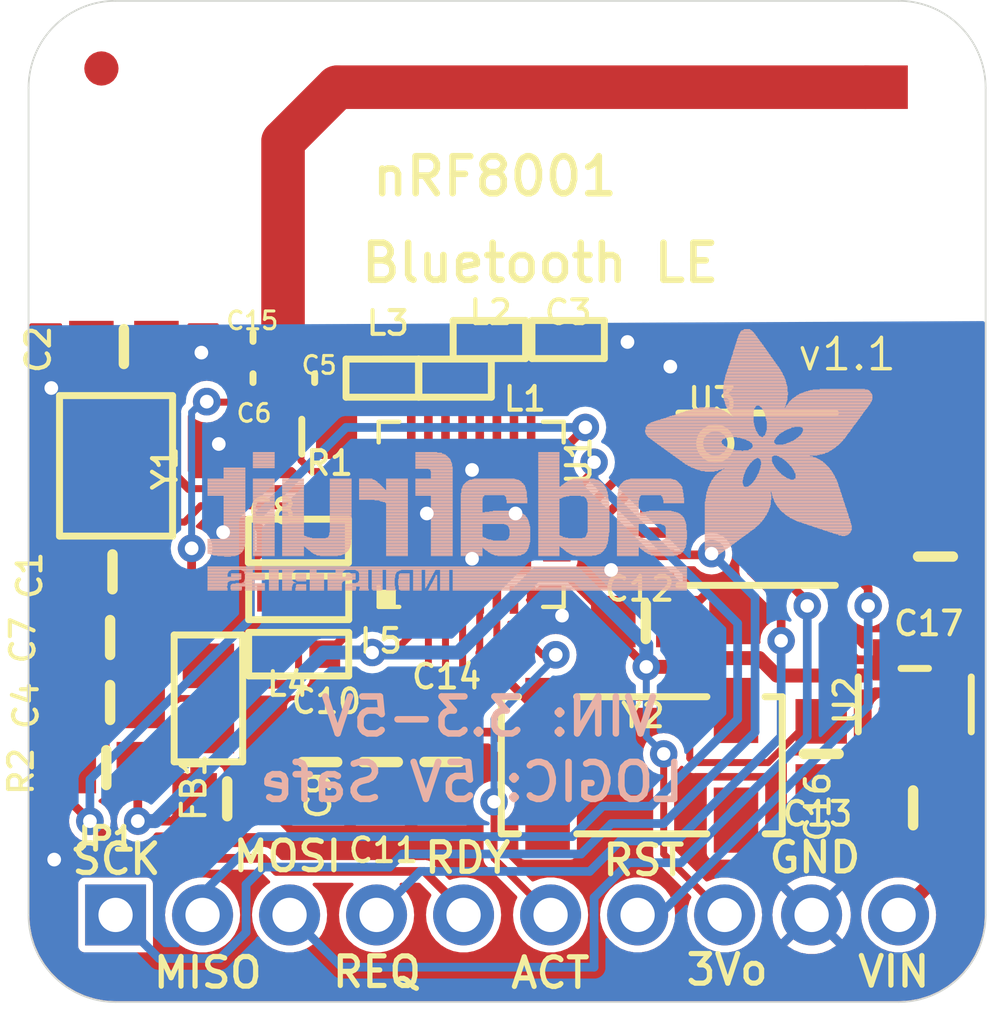
<source format=kicad_pcb>
(kicad_pcb (version 20221018) (generator pcbnew)
  (layers (0 "F.Cu" signal) (31 "B.Cu" signal) (34 "B.Paste" user) (35 "F.Paste" user) (36 "B.SilkS" user "B.Silkscreen") (37 "F.SilkS" user "F.Silkscreen") (38 "B.Mask" user) (39 "F.Mask" user) (44 "Edge.Cuts" user))
  (net 0 "")
  (net 1 "GND")
  (net 2 "MISO")
  (net 3 "+3.3V")
  (net 4 "AVDD")
  (net 5 "N$4")
  (net 6 "N$7")
  (net 7 "N$8")
  (net 8 "N$9")
  (net 9 "N$10")
  (net 10 "N$22")
  (net 11 "N$23")
  (net 12 "N$11")
  (net 13 "N$12")
  (net 14 "REQN_3V")
  (net 15 "ACTIVE")
  (net 16 "N$5")
  (net 17 "VIN")
  (net 18 "MOSI")
  (net 19 "SCK")
  (net 20 "RDYN")
  (net 21 "RESET")
  (net 22 "N$2")
  (net 23 "N$3")
  (net 24 "N$6")
  (net 25 "N$13")
  (net 26 "REQN")
  (net 27 "MOSI_3V")
  (net 28 "SCK_3V")
  (net 29 "RESET_3V")
  (footprint "working:ANT_PCB_2.4GHZ_NRF8001_1.6MM_1OZ" (layer "F.Cu") (at 141.9608 101.0862 -90)
    (fp_text reference "U$28" hide)
    (fp_text value "" hide)
  )
  (footprint "working:TSSOP16" (layer "F.Cu") (at 155.8005 104.9384 -90)
    (fp_text reference "U3")
    (fp_text value "74HC4050D")
  )
  (footprint "working:0805-NO" (layer "F.Cu") (at 136.9121 110.8704 180)
    (fp_text reference "C4")
    (fp_text value "0.1µF")
  )
  (footprint "working:_0402" (layer "F.Cu") (at 144.8571 101.4066 180)
    (fp_text reference "L3")
    (fp_text value "3.9nH")
  )
  (footprint "working:0805-NO" (layer "F.Cu") (at 140.3309 113.6796)
    (fp_text reference "C9")
    (fp_text value "10µF")
  )
  (footprint "working:FIDUCIAL_1MM" (layer "F.Cu") (at 151.5141 112.5638 -90)
    (fp_text reference "FID1" hide)
    (fp_text value "FIDUCIAL\"\"" hide)
  )
  (footprint "working:0805-NO" (layer "F.Cu") (at 144.8031 112.6078 -90)
    (fp_text reference "C11")
    (fp_text value "33nF")
  )
  (footprint "working:_0402" (layer "F.Cu") (at 146.9841 101.4066 180)
    (fp_text reference "L1")
    (fp_text value "8.2nH")
  )
  (footprint "working:_0402MP" (layer "F.Cu") (at 141.0841 101.4066)
    (fp_text reference "C6")
    (fp_text value "1.2pF")
  )
  (footprint "working:0805-NO" (layer "F.Cu") (at 136.9121 108.9734 180)
    (fp_text reference "C7")
    (fp_text value "1µF")
  )
  (footprint "working:0805-NO" (layer "F.Cu") (at 143.0331 112.6078 -90)
    (fp_text reference "C10")
    (fp_text value "0.1uF")
  )
  (footprint "working:_0402" (layer "F.Cu") (at 150.2841 100.2796)
    (fp_text reference "C3")
    (fp_text value "2.2nF")
  )
  (footprint "working:0805-NO" (layer "F.Cu") (at 136.8011 112.7706)
    (fp_text reference "R2")
    (fp_text value "10K")
  )
  (footprint "working:0805-NO" (layer "F.Cu") (at 160.3547 113.9438 180)
    (fp_text reference "C16")
    (fp_text value "10µF")
  )
  (footprint "working:0805-NO" (layer "F.Cu") (at 136.9821 107.058 180)
    (fp_text reference "C1")
    (fp_text value "15pF")
  )
  (footprint "working:_0603" (layer "F.Cu") (at 142.4173 109.4606 180)
    (fp_text reference "L4")
    (fp_text value "10µH")
  )
  (footprint "working:1X10_ROUND70" (layer "F.Cu") (at 148.5011 117.0686)
    (fp_text reference "JP1")
    (fp_text value "")
  )
  (footprint "working:0805-NO" (layer "F.Cu") (at 146.6009 112.6046 90)
    (fp_text reference "C14")
    (fp_text value "15pF")
  )
  (footprint "working:_0805MP" (layer "F.Cu") (at 142.5081 103.1138 180)
    (fp_text reference "R1")
    (fp_text value "22K")
  )
  (footprint "working:0805" (layer "F.Cu") (at 139.7819 110.7506 90)
    (fp_text reference "FB1")
    (fp_text value "MMZ1608B121C")
  )
  (footprint "working:_0603" (layer "F.Cu") (at 142.4173 107.8176)
    (fp_text reference "L5")
    (fp_text value "15nH")
  )
  (footprint "working:0805-NO" (layer "F.Cu") (at 152.5507 108.5102)
    (fp_text reference "C12")
    (fp_text value "0.1µF")
  )
  (footprint "working:CRYSTAL_3.2X2.5" (layer "F.Cu") (at 137.0853 103.9656 -90)
    (fp_text reference "Y1")
    (fp_text value "16MHz")
  )
  (footprint "working:_0603" (layer "F.Cu") (at 142.4081 106.1568 180)
    (fp_text reference "C8")
    (fp_text value "1nF")
  )
  (footprint "working:0805-NO" (layer "F.Cu") (at 161.0071 106.6126 90)
    (fp_text reference "C17")
    (fp_text value "10µF")
  )
  (footprint "working:_0402" (layer "F.Cu") (at 147.9841 100.2796)
    (fp_text reference "L2")
    (fp_text value "5.6nH")
  )
  (footprint "working:CRYSTAL_8X3.8" (layer "F.Cu") (at 152.4341 112.702)
    (fp_text reference "Y2")
    (fp_text value "FC-255 32.7680K-A3")
  )
  (footprint "working:0805-NO" (layer "F.Cu") (at 137.3145 100.485)
    (fp_text reference "C2")
    (fp_text value "15pF")
  )
  (footprint "working:QFN32_5MM" (layer "F.Cu") (at 147.4531 105.3808 90)
    (fp_text reference "U1")
    (fp_text value "nRF8001")
  )
  (footprint "working:SOT23-5" (layer "F.Cu") (at 160.4025 110.926)
    (fp_text reference "U2")
    (fp_text value "MIC5225-3.3v")
  )
  (footprint "working:_0402MP" (layer "F.Cu") (at 142.8841 101.4066)
    (fp_text reference "C5")
    (fp_text value "1.8pF")
  )
  (footprint "working:FIDUCIAL_1MM" (layer "F.Cu") (at 136.6581 92.3716 -90)
    (fp_text reference "FID3" hide)
    (fp_text value "FIDUCIAL\"\"" hide)
  )
  (footprint "working:_0402MP" (layer "F.Cu") (at 141.0841 100.2066)
    (fp_text reference "C15")
    (fp_text value "1.5pF")
  )
  (footprint "" (layer "F.Cu") (at 159.9311 96.7486)
    (fp_text reference "@HOLE1" hide)
    (fp_text value "")
  )
  (footprint "working:FIDUCIAL_1MM" (layer "F.Cu") (at 161.1431 100.7326 -90)
    (fp_text reference "FID2" hide)
    (fp_text value "FIDUCIAL\"\"" hide)
  )
  (footprint "" (layer "F.Cu") (at 137.0711 96.7486)
    (fp_text reference "@HOLE0" hide)
    (fp_text value "")
  )
  (footprint "working:0805-NO" (layer "F.Cu") (at 157.6713 112.3702 90)
    (fp_text reference "C13")
    (fp_text value "15pF")
  )
  (footprint "working:ADAFRUIT_TEXT_20MM" (layer "B.Cu") (at 159.3271 107.5966 180)
    (fp_text reference "U$22" hide)
    (fp_text value "" hide)
  )
  (gr_arc (start 159.9311 90.3986) (mid 161.727151 91.142549) (end 162.4711 92.9386) (stroke (width 0.05)) (layer "Edge.Cuts"))
  (gr_line (start 134.5311 117.0686) (end 134.5311 92.9386) (stroke (width 0.05)) (layer "Edge.Cuts"))
  (gr_line (start 159.9311 119.6086) (end 137.0711 119.6086) (stroke (width 0.05)) (layer "Edge.Cuts"))
  (gr_arc (start 162.4711 117.0686) (mid 161.727151 118.864651) (end 159.9311 119.6086) (stroke (width 0.05)) (layer "Edge.Cuts"))
  (gr_arc (start 134.5311 92.9386) (mid 135.275049 91.142549) (end 137.0711 90.3986) (stroke (width 0.05)) (layer "Edge.Cuts"))
  (gr_line (start 137.0711 90.3986) (end 159.9311 90.3986) (stroke (width 0.05)) (layer "Edge.Cuts"))
  (gr_arc (start 137.0711 119.6086) (mid 135.275049 118.864651) (end 134.5311 117.0686) (stroke (width 0.05)) (layer "Edge.Cuts"))
  (gr_line (start 162.4711 92.9386) (end 162.4711 117.0686) (stroke (width 0.05)) (layer "Edge.Cuts"))
  (gr_text "LOGIC: 5V Safe" (at 141.1751 112.5616) (layer "B.SilkS") (effects (font (size 1.0795 1.0795) (thickness 0.1905)) (justify right top mirror)))
  (gr_text "VIN: 3.3-5V" (at 142.9671 110.6516) (layer "B.SilkS") (effects (font (size 1.0795 1.0795) (thickness 0.1905)) (justify right top mirror)))
  (gr_text "VIN" (at 159.7891 118.7246) (layer "F.SilkS") (effects (font (size 0.8636 0.8636) (thickness 0.1524))))
  (gr_text "REQ" (at 144.7015 118.7346) (layer "F.SilkS") (effects (font (size 0.8636 0.8636) (thickness 0.1524))))
  (gr_text "MOSI" (at 142.0865 115.3556) (layer "F.SilkS") (effects (font (size 0.8636 0.8636) (thickness 0.1524))))
  (gr_text "RDY" (at 147.3501 115.4026) (layer "F.SilkS") (effects (font (size 0.8636 0.8636) (thickness 0.1524))))
  (gr_text "RST" (at 152.4901 115.4726) (layer "F.SilkS") (effects (font (size 0.8636 0.8636) (thickness 0.1524))))
  (gr_text "v1.1" (at 159.9311 100.1776) (layer "F.SilkS") (effects (font (size 0.9144 0.9144) (thickness 0.1016)) (justify right top)))
  (gr_text "ACT" (at 149.7631 118.7622) (layer "F.SilkS") (effects (font (size 0.8636 0.8636) (thickness 0.1524))))
  (gr_text "Bluetooth LE" (at 144.1511 98.6766) (layer "F.SilkS") (effects (font (size 1.0795 1.0795) (thickness 0.1905)) (justify left bottom)))
  (gr_text "MISO" (at 139.7621 118.7546) (layer "F.SilkS") (effects (font (size 0.8636 0.8636) (thickness 0.1524))))
  (gr_text "GND" (at 157.4861 115.3926) (layer "F.SilkS") (effects (font (size 0.8636 0.8636) (thickness 0.1524))))
  (gr_text "SCK" (at 137.0977 115.4372) (layer "F.SilkS") (effects (font (size 0.8636 0.8636) (thickness 0.1524))))
  (gr_text "3Vo" (at 154.9231 118.6676) (layer "F.SilkS") (effects (font (size 0.8636 0.8636) (thickness 0.1524))))
  (gr_text "nRF8001" (at 144.4731 96.1526) (layer "F.SilkS") (effects (font (size 1.0795 1.0795) (thickness 0.1905)) (justify left bottom)))
  (segment (start 160.4025 112.7872) (end 159.4047 113.785) (width 0.254) (layer "F.Cu") (net 1))
  (segment (start 146.0841 106.1308) (end 146.7031 106.1308) (width 0.2032) (layer "F.Cu") (net 1))
  (segment (start 147.2997 103.9066) (end 147.4785 104.0854) (width 0.2032) (layer "F.Cu") (net 1))
  (segment (start 160.4025 112.2261) (end 160.4025 112.7872) (width 0.254) (layer "F.Cu") (net 1))
  (segment (start 146.2031 102.8808) (end 146.2031 103.8256) (width 0.2032) (layer "F.Cu") (net 1))
  (segment (start 144.9531 106.6308) (end 146.0083 106.6308) (width 0.2032) (layer "F.Cu") (net 1))
  (segment (start 146.7031 106.1308) (end 147.4531 105.3808) (width 0.2032) (layer "F.Cu") (net 1))
  (segment (start 144.9531 106.1308) (end 146.0841 106.1308) (width 0.2032) (layer "F.Cu") (net 1))
  (segment (start 146.0083 106.6308) (end 146.0841 106.7066) (width 0.2032) (layer "F.Cu") (net 1))
  (segment (start 148.7031 102.8808) (end 148.7031 105.31) (width 0.2032) (layer "F.Cu") (net 1))
  (segment (start 149.2031 103.6308) (end 147.4531 105.3808) (width 0.2032) (layer "F.Cu") (net 1))
  (segment (start 146.0841 106.7066) (end 146.0841 106.1308) (width 0.2032) (layer "F.Cu") (net 1))
  (segment (start 159.4047 113.785) (end 159.4047 113.9438) (width 0.254) (layer "F.Cu") (net 1))
  (segment (start 148.7031 105.31) (end 148.7485 105.3554) (width 0.2032) (layer "F.Cu") (net 1))
  (segment (start 149.2031 107.8808) (end 149.2031 107.1308) (width 0.2032) (layer "F.Cu") (net 1))
  (segment (start 149.2031 107.1308) (end 147.4531 105.3808) (width 0.2032) (layer "F.Cu") (net 1))
  (segment (start 146.2841 103.9066) (end 147.2997 103.9066) (width 0.2032) (layer "F.Cu") (net 1))
  (segment (start 149.2031 102.8808) (end 149.2031 103.6308) (width 0.2032) (layer "F.Cu") (net 1))
  (segment (start 146.2031 103.8256) (end 146.2841 103.9066) (width 0.2032) (layer "F.Cu") (net 1))
  (via (at 153.2663 101.0706) (size 0.8064) (drill 0.4) (layers "F.Cu" "B.Cu") (net 1))
  (via (at 139.5767 100.6614) (size 0.8064) (drill 0.4) (layers "F.Cu" "B.Cu") (net 1))
  (via (at 148.7485 105.3554) (size 0.8064) (drill 0.4) (layers "F.Cu" "B.Cu") (net 1))
  (via (at 146.1577 105.3554) (size 0.8064) (drill 0.4) (layers "F.Cu" "B.Cu") (net 1))
  (via (at 140.0847 103.3284) (size 0.8064) (drill 0.4) (layers "F.Cu" "B.Cu") (net 1))
  (via (at 152.0155 100.3516) (size 0.8064) (drill 0.4) (layers "F.Cu" "B.Cu") (net 1))
  (via (at 135.1957 101.6944) (size 0.8064) (drill 0.4) (layers "F.Cu" "B.Cu") (net 1))
  (via (at 135.2797 115.4534) (size 0.8064) (drill 0.4) (layers "F.Cu" "B.Cu") (net 1))
  (via (at 150.1057 108.3352) (size 0.8064) (drill 0.4) (layers "F.Cu" "B.Cu") (net 1))
  (via (at 147.4785 106.6762) (size 0.8064) (drill 0.4) (layers "F.Cu" "B.Cu") (net 1))
  (via (at 147.4785 104.0854) (size 0.8064) (drill 0.4) (layers "F.Cu" "B.Cu") (net 1))
  (via (at 151.5387 107.0032) (size 0.8064) (drill 0.4) (layers "F.Cu" "B.Cu") (net 1))
  (via (at 140.2117 105.9014) (size 0.8064) (drill 0.4) (layers "F.Cu" "B.Cu") (net 1))
  (segment (start 149.9531 104.6308) (end 150.5249 104.6308) (width 0.254) (layer "F.Cu") (net 2))
  (segment (start 151.0411 104.1146) (end 151.0411 103.8606) (width 0.254) (layer "F.Cu") (net 2))
  (segment (start 150.5249 104.6308) (end 151.0411 104.1146) (width 0.254) (layer "F.Cu") (net 2))
  (via (at 151.0411 103.8606) (size 0.8001) (drill 0.3937) (layers "F.Cu" "B.Cu") (net 2))
  (segment (start 152.6921 113.8936) (end 151.2951 113.8936) (width 0.254) (layer "B.Cu") (net 2))
  (segment (start 155.2321 111.3536) (end 152.6921 113.8936) (width 0.254) (layer "B.Cu") (net 2))
  (segment (start 151.0411 104.3686) (end 155.2321 108.5596) (width 0.254) (layer "B.Cu") (net 2))
  (segment (start 151.0411 104.3686) (end 151.0411 103.8606) (width 0.254) (layer "B.Cu") (net 2))
  (segment (start 155.2321 108.5596) (end 155.2321 111.3536) (width 0.254) (layer "B.Cu") (net 2))
  (segment (start 150.4061 114.7826) (end 141.2621 114.7826) (width 0.254) (layer "B.Cu") (net 2))
  (segment (start 151.2951 113.8936) (end 150.4061 114.7826) (width 0.254) (layer "B.Cu") (net 2))
  (segment (start 141.2621 114.7826) (end 139.6111 116.4336) (width 0.254) (layer "B.Cu") (net 2))
  (segment (start 139.6111 116.4336) (end 139.6111 117.0686) (width 0.254) (layer "B.Cu") (net 2))
  (segment (start 145.7031 107.8808) (end 145.7031 108.8876) (width 0.2032) (layer "F.Cu") (net 3))
  (segment (start 137.7511 112.7706) (end 137.7201 112.8016) (width 0.254) (layer "F.Cu") (net 3))
  (segment (start 152.5651 109.8296) (end 154.2161 109.8296) (width 0.4064) (layer "F.Cu") (net 3))
  (segment (start 152.5651 109.8296) (end 151.6007 108.8652) (width 0.254) (layer "F.Cu") (net 3))
  (segment (start 156.3751 110.0836) (end 158.9948 110.0836) (width 0.4064) (layer "F.Cu") (net 3))
  (segment (start 145.1781 109.4126) (end 144.5641 109.4126) (width 0.2032) (layer "F.Cu") (net 3))
  (segment (start 150.2393 107.1488) (end 151.6007 108.5102) (width 0.254) (layer "F.Cu") (net 3))
  (segment (start 158.9948 110.0836) (end 159.4525 109.6259) (width 0.4064) (layer "F.Cu") (net 3))
  (segment (start 151.6007 108.8652) (end 151.6007 108.5102) (width 0.254) (layer "F.Cu") (net 3))
  (segment (start 155.9399 102.6634) (end 156.7561 103.4796) (width 0.254) (layer "F.Cu") (net 3))
  (segment (start 154.4701 109.5756) (end 155.8671 109.5756) (width 0.4064) (layer "F.Cu") (net 3))
  (segment (start 158.1531 109.0676) (end 158.7114 109.6259) (width 0.254) (layer "F.Cu") (net 3))
  (segment (start 154.8511 117.0686) (end 153.0731 115.2906) (width 0.2032) (layer "F.Cu") (net 3))
  (segment (start 159.7538 109.6259) (end 159.4525 109.6259) (width 0.4064) (layer "F.Cu") (net 3))
  (segment (start 139.3809 112.1016) (end 139.3809 113.6796) (width 0.254) (layer "F.Cu") (net 3))
  (segment (start 160.1851 109.1946) (end 159.7538 109.6259) (width 0.4064) (layer "F.Cu") (net 3))
  (segment (start 155.8671 109.5756) (end 156.3751 110.0836) (width 0.4064) (layer "F.Cu") (net 3))
  (segment (start 137.7201 112.8016) (end 137.7201 114.3306) (width 0.254) (layer "F.Cu") (net 3))
  (segment (start 150.2393 107.1308) (end 150.2393 107.1488) (width 0.254) (layer "F.Cu") (net 3))
  (segment (start 139.3809 113.6796) (end 138.7299 114.3306) (width 0.254) (layer "F.Cu") (net 3))
  (segment (start 138.7299 114.3306) (end 137.7201 114.3306) (width 0.254) (layer "F.Cu") (net 3))
  (segment (start 156.7561 103.4796) (end 156.7561 106.4006) (width 0.254) (layer "F.Cu") (net 3))
  (segment (start 156.7561 106.4006) (end 158.1531 107.7976) (width 0.254) (layer "F.Cu") (net 3))
  (segment (start 152.8827 102.6634) (end 155.9399 102.6634) (width 0.254) (layer "F.Cu") (net 3))
  (segment (start 149.9531 107.1308) (end 150.2393 107.1308) (width 0.2032) (layer "F.Cu") (net 3))
  (segment (start 158.7114 109.6259) (end 159.4525 109.6259) (width 0.254) (layer "F.Cu") (net 3))
  (segment (start 158.1531 107.7976) (end 158.1531 109.0676) (width 0.254) (layer "F.Cu") (net 3))
  (segment (start 139.7819 111.7006) (end 139.3809 112.1016) (width 0.254) (layer "F.Cu") (net 3))
  (segment (start 160.1851 108.3846) (end 160.1851 109.1946) (width 0.4064) (layer "F.Cu") (net 3))
  (segment (start 145.7031 108.8876) (end 145.1781 109.4126) (width 0.2032) (layer "F.Cu") (net 3))
  (segment (start 153.0731 115.2906) (end 153.0731 112.3696) (width 0.2032) (layer "F.Cu") (net 3))
  (segment (start 161.0071 107.5626) (end 160.1851 108.3846) (width 0.4064) (layer "F.Cu") (net 3))
  (segment (start 154.2161 109.8296) (end 154.4701 109.5756) (width 0.4064) (layer "F.Cu") (net 3))
  (via (at 144.5641 109.4126) (size 0.8001) (drill 0.3937) (layers "F.Cu" "B.Cu") (net 3))
  (via (at 137.7201 114.3306) (size 0.8064) (drill 0.4) (layers "F.Cu" "B.Cu") (net 3))
  (via (at 152.5651 109.8296) (size 0.8001) (drill 0.3937) (layers "F.Cu" "B.Cu") (net 3))
  (via (at 153.0731 112.3696) (size 0.8001) (drill 0.3937) (layers "F.Cu" "B.Cu") (net 3))
  (segment (start 152.5651 109.1876) (end 152.5651 109.8296) (width 0.4064) (layer "B.Cu") (net 3))
  (segment (start 143.1471 109.4126) (end 138.2291 114.3306) (width 0.4064) (layer "B.Cu") (net 3))
  (segment (start 147.0781 109.4126) (end 149.3599 107.1308) (width 0.4064) (layer "B.Cu") (net 3))
  (segment (start 150.5083 107.1308) (end 152.5651 109.1876) (width 0.4064) (layer "B.Cu") (net 3))
  (segment (start 143.1471 109.4126) (end 144.5641 109.4126) (width 0.4064) (layer "B.Cu") (net 3))
  (segment (start 144.5641 109.4126) (end 147.0781 109.4126) (width 0.4064) (layer "B.Cu") (net 3))
  (segment (start 152.5651 111.8616) (end 152.5651 109.8296) (width 0.2032) (layer "B.Cu") (net 3))
  (segment (start 138.2291 114.3306) (end 137.7201 114.3306) (width 0.4064) (layer "B.Cu") (net 3))
  (segment (start 150.5083 107.1308) (end 149.3599 107.1308) (width 0.4064) (layer "B.Cu") (net 3))
  (segment (start 153.0731 112.3696) (end 152.5651 111.8616) (width 0.2032) (layer "B.Cu") (net 3))
  (segment (start 139.2921 107.9896) (end 138.3083 108.9734) (width 0.254) (layer "F.Cu") (net 4))
  (segment (start 145.4841 102.1066) (end 142.4841 102.1066) (width 0.2032) (layer "F.Cu") (net 4))
  (segment (start 142.4841 102.1066) (end 139.7477 102.1066) (width 0.2032) (layer "F.Cu") (net 4))
  (segment (start 142.8083 104.1308) (end 142.4841 103.8066) (width 0.2032) (layer "F.Cu") (net 4))
  (segment (start 138.3083 108.9734) (end 137.8621 108.9734) (width 0.254) (layer "F.Cu") (net 4))
  (segment (start 143.4241 106.1568) (end 143.1701 106.1568) (width 0.254) (layer "F.Cu") (net 4))
  (segment (start 142.5341 107.8166) (end 143.1783 107.8166) (width 0.2032) (layer "F.Cu") (net 4))
  (segment (start 145.7031 102.3256) (end 145.4841 102.1066) (width 0.2032) (layer "F.Cu") (net 4))
  (segment (start 138.9547 108.9734) (end 137.8621 108.9734) (width 0.254) (layer "F.Cu") (net 4))
  (segment (start 143.1793 106.166) (end 143.1701 106.1568) (width 0.2032) (layer "F.Cu") (net 4))
  (segment (start 143.9501 105.6308) (end 143.4241 106.1568) (width 0.254) (layer "F.Cu") (net 4))
  (segment (start 144.9531 105.6308) (end 143.9501 105.6308) (width 0.2032) (layer "F.Cu") (net 4))
  (segment (start 142.4141 110.1416) (end 142.4141 107.9366) (width 0.2032) (layer "F.Cu") (net 4))
  (segment (start 145.7031 102.8808) (end 145.7031 102.3256) (width 0.2032) (layer "F.Cu") (net 4))
  (segment (start 142.4141 107.9366) (end 142.5341 107.8166) (width 0.2032) (layer "F.Cu") (net 4))
  (segment (start 139.7819 110.0004) (end 139.7819 109.8006) (width 0.254) (layer "F.Cu") (net 4))
  (segment (start 139.7477 102.1066) (end 139.7333 102.0922) (width 0.2032) (layer "F.Cu") (net 4))
  (segment (start 139.7819 109.8006) (end 138.9547 108.9734) (width 0.254) (layer "F.Cu") (net 4))
  (segment (start 143.1793 107.8176) (end 143.1793 106.166) (width 0.2032) (layer "F.Cu") (net 4))
  (segment (start 139.2921 106.3716) (end 139.2921 107.9896) (width 0.254) (layer "F.Cu") (net 4))
  (segment (start 142.4141 110.1416) (end 142.2181 110.3376) (width 0.254) (layer "F.Cu") (net 4))
  (segment (start 140.1191 110.3376) (end 139.7819 110.0004) (width 0.254) (layer "F.Cu") (net 4))
  (segment (start 143.1783 107.8166) (end 143.1793 107.8176) (width 0.2032) (layer "F.Cu") (net 4))
  (segment (start 144.9531 104.1308) (end 142.8083 104.1308) (width 0.2032) (layer "F.Cu") (net 4))
  (segment (start 142.4841 103.8066) (end 142.4841 102.1066) (width 0.2032) (layer "F.Cu") (net 4))
  (segment (start 137.8621 108.9734) (end 137.8621 110.8704) (width 0.2032) (layer "F.Cu") (net 4))
  (segment (start 142.2181 110.3376) (end 140.1191 110.3376) (width 0.254) (layer "F.Cu") (net 4))
  (via (at 139.2921 106.3716) (size 0.8064) (drill 0.4) (layers "F.Cu" "B.Cu") (net 4))
  (via (at 139.7333 102.0922) (size 0.8064) (drill 0.4) (layers "F.Cu" "B.Cu") (net 4))
  (segment (start 139.5921 102.1066) (end 139.7189 102.1066) (width 0.2032) (layer "B.Cu") (net 4))
  (segment (start 139.2921 102.4066) (end 139.5921 102.1066) (width 0.2032) (layer "B.Cu") (net 4))
  (segment (start 139.2921 106.3716) (end 139.2921 102.4066) (width 0.2032) (layer "B.Cu") (net 4))
  (segment (start 139.7189 102.1066) (end 139.7333 102.0922) (width 0.2032) (layer "B.Cu") (net 4))
  (segment (start 148.4921 100.2796) (end 149.7761 100.2796) (width 0.2032) (layer "F.Cu") (net 5))
  (segment (start 147.7031 102.8808) (end 147.7031 102.2368) (width 0.2032) (layer "F.Cu") (net 5))
  (segment (start 148.4921 100.2796) (end 148.4921 101.4478) (width 0.2032) (layer "F.Cu") (net 5))
  (segment (start 148.4921 101.4478) (end 147.7031 102.2368) (width 0.2032) (layer "F.Cu") (net 5))
  (segment (start 146.5961 110.5916) (end 145.4531 110.5916) (width 0.2032) (layer "F.Cu") (net 6))
  (segment (start 146.7031 107.8808) (end 146.7031 110.4846) (width 0.2032) (layer "F.Cu") (net 6))
  (segment (start 145.0721 110.9726) (end 145.0721 111.3888) (width 0.2032) (layer "F.Cu") (net 6))
  (segment (start 145.4531 110.5916) (end 145.0721 110.9726) (width 0.2032) (layer "F.Cu") (net 6))
  (segment (start 145.0721 111.3888) (end 144.8031 111.6578) (width 0.2032) (layer "F.Cu") (net 6))
  (segment (start 146.7031 110.4846) (end 146.5961 110.5916) (width 0.2032) (layer "F.Cu") (net 6))
  (segment (start 143.0331 111.2336) (end 143.0331 111.6578) (width 0.254) (layer "F.Cu") (net 7))
  (segment (start 144.8181 110.0836) (end 144.4371 110.4646) (width 0.2032) (layer "F.Cu") (net 7))
  (segment (start 144.4371 110.4646) (end 143.8021 110.4646) (width 0.2032) (layer "F.Cu") (net 7))
  (segment (start 143.8021 110.4646) (end 143.0331 111.2336) (width 0.254) (layer "F.Cu") (net 7))
  (segment (start 146.2031 107.8808) (end 146.2031 110.0836) (width 0.2032) (layer "F.Cu") (net 7))
  (segment (start 146.2031 110.0836) (end 144.8181 110.0836) (width 0.2032) (layer "F.Cu") (net 7))
  (segment (start 143.0331 111.4876) (end 143.0331 111.6578) (width 0.2032) (layer "F.Cu") (net 7))
  (segment (start 138.4335 105.6066) (end 137.8925 105.0656) (width 0.254) (layer "F.Cu") (net 8))
  (segment (start 139.0841 105.6066) (end 138.4335 105.6066) (width 0.2032) (layer "F.Cu") (net 8))
  (segment (start 137.8853 107.0112) (end 137.8853 105.0656) (width 0.254) (layer "F.Cu") (net 8))
  (segment (start 139.5599 105.1308) (end 139.0841 105.6066) (width 0.2032) (layer "F.Cu") (net 8))
  (segment (start 137.8925 105.0656) (end 137.8853 105.0656) (width 0.254) (layer "F.Cu") (net 8))
  (segment (start 144.9531 105.1308) (end 139.5599 105.1308) (width 0.2032) (layer "F.Cu") (net 8))
  (segment (start 137.9321 107.058) (end 137.8853 107.0112) (width 0.254) (layer "F.Cu") (net 8))
  (segment (start 139.2083 104.6308) (end 138.8491 104.2716) (width 0.254) (layer "F.Cu") (net 9))
  (segment (start 138.5951 101.7016) (end 136.3091 101.7016) (width 0.254) (layer "F.Cu") (net 9))
  (segment (start 138.8491 101.9556) (end 138.5951 101.7016) (width 0.254) (layer "F.Cu") (net 9))
  (segment (start 138.8491 104.2716) (end 138.8491 101.9556) (width 0.254) (layer "F.Cu") (net 9))
  (segment (start 136.3645 101.6462) (end 136.3645 100.485) (width 0.254) (layer "F.Cu") (net 9))
  (segment (start 136.2853 101.7254) (end 136.2853 102.8656) (width 0.254) (layer "F.Cu") (net 9))
  (segment (start 136.3091 101.7016) (end 136.2853 101.7254) (width 0.254) (layer "F.Cu") (net 9))
  (segment (start 136.3091 101.7016) (end 136.3645 101.6462) (width 0.254) (layer "F.Cu") (net 9))
  (segment (start 144.9531 104.6308) (end 139.2083 104.6308) (width 0.2032) (layer "F.Cu") (net 9))
  (segment (start 149.6841 113.2986) (end 149.6841 114.302) (width 0.254) (layer "F.Cu") (net 10))
  (segment (start 148.1201 111.7346) (end 149.6841 113.2986) (width 0.254) (layer "F.Cu") (net 10))
  (segment (start 146.6009 111.6546) (end 147.0367 111.6546) (width 0.254) (layer "F.Cu") (net 10))
  (segment (start 147.0367 111.6546) (end 147.1167 111.7346) (width 0.254) (layer "F.Cu") (net 10))
  (segment (start 147.2031 111.0524) (end 146.6009 111.6546) (width 0.2032) (layer "F.Cu") (net 10))
  (segment (start 147.2031 107.8808) (end 147.2031 111.0524) (width 0.2032) (layer "F.Cu") (net 10))
  (segment (start 147.1167 111.7346) (end 148.1201 111.7346) (width 0.254) (layer "F.Cu") (net 10))
  (segment (start 147.7161 109.4256) (end 149.3925 111.102) (width 0.254) (layer "F.Cu") (net 11))
  (segment (start 147.7031 109.4256) (end 147.7161 109.4256) (width 0.254) (layer "F.Cu") (net 11))
  (segment (start 153.8351 111.2266) (end 153.8351 112.4966) (width 0.2032) (layer "F.Cu") (net 11))
  (segment (start 157.3245 111.4202) (end 157.6713 111.4202) (width 0.2032) (layer "F.Cu") (net 11))
  (segment (start 153.9621 112.6236) (end 156.1211 112.6236) (width 0.2032) (layer "F.Cu") (net 11))
  (segment (start 156.1211 112.6236) (end 157.3245 111.4202) (width 0.2032) (layer "F.Cu") (net 11))
  (segment (start 153.3271 110.7186) (end 153.8351 111.2266) (width 0.2032) (layer "F.Cu") (net 11))
  (segment (start 147.7031 107.8808) (end 147.7031 109.4256) (width 0.2032) (layer "F.Cu") (net 11))
  (segment (start 153.8351 112.4966) (end 153.9621 112.6236) (width 0.2032) (layer "F.Cu") (net 11))
  (segment (start 149.3925 111.102) (end 149.6841 111.102) (width 0.254) (layer "F.Cu") (net 11))
  (segment (start 150.0675 110.7186) (end 153.3271 110.7186) (width 0.2032) (layer "F.Cu") (net 11))
  (segment (start 149.6841 111.102) (end 150.0675 110.7186) (width 0.2032) (layer "F.Cu") (net 11))
  (segment (start 144.5599 107.1308) (end 144.3841 107.3066) (width 0.2032) (layer "F.Cu") (net 12))
  (segment (start 144.3841 108.3176) (end 143.2411 109.4606) (width 0.254) (layer "F.Cu") (net 12))
  (segment (start 144.9531 107.1308) (end 144.5599 107.1308) (width 0.2032) (layer "F.Cu") (net 12))
  (segment (start 143.2411 109.4606) (end 143.1793 109.4606) (width 0.254) (layer "F.Cu") (net 12))
  (segment (start 144.3841 107.3066) (end 144.3841 108.3176) (width 0.2032) (layer "F.Cu") (net 12))
  (segment (start 144.0411 103.6308) (end 143.5241 103.1138) (width 0.254) (layer "F.Cu") (net 13))
  (segment (start 144.9531 103.6308) (end 144.0411 103.6308) (width 0.254) (layer "F.Cu") (net 13))
  (segment (start 149.9531 105.6308) (end 151.1759 105.6308) (width 0.254) (layer "F.Cu") (net 14))
  (segment (start 151.1759 105.6308) (end 152.1841 104.6226) (width 0.254) (layer "F.Cu") (net 14))
  (segment (start 152.8735 104.6226) (end 152.8827 104.6134) (width 0.254) (layer "F.Cu") (net 14))
  (segment (start 152.1841 104.6226) (end 152.8735 104.6226) (width 0.254) (layer "F.Cu") (net 14))
  (segment (start 148.2031 108.9256) (end 148.3841 109.1066) (width 0.2032) (layer "F.Cu") (net 15))
  (segment (start 149.5301 109.4796) (end 149.9221 109.4796) (width 0.2032) (layer "F.Cu") (net 15))
  (segment (start 148.1201 115.4176) (end 149.7711 117.0686) (width 0.2032) (layer "F.Cu") (net 15))
  (segment (start 148.1201 113.7666) (end 148.1201 115.4176) (width 0.2032) (layer "F.Cu") (net 15))
  (segment (start 148.3841 109.1066) (end 149.1571 109.1066) (width 0.2032) (layer "F.Cu") (net 15))
  (segment (start 149.1571 109.1066) (end 149.5301 109.4796) (width 0.2032) (layer "F.Cu") (net 15))
  (segment (start 148.2031 107.8808) (end 148.2031 108.9256) (width 0.2032) (layer "F.Cu") (net 15))
  (via (at 149.9221 109.4796) (size 0.8064) (drill 0.4) (layers "F.Cu" "B.Cu") (net 15))
  (via (at 148.1201 113.7666) (size 0.8001) (drill 0.3937) (layers "F.Cu" "B.Cu") (net 15))
  (segment (start 148.1201 111.3546) (end 148.1201 113.7666) (width 0.2032) (layer "B.Cu") (net 15))
  (segment (start 149.9951 109.4796) (end 148.1201 111.3546) (width 0.2032) (layer "B.Cu") (net 15))
  (segment (start 149.9221 109.4796) (end 149.9951 109.4796) (width 0.2032) (layer "B.Cu") (net 15))
  (segment (start 141.6553 109.4606) (end 141.6553 107.8176) (width 0.2032) (layer "F.Cu") (net 16))
  (segment (start 161.3525 111.0996) (end 159.5501 111.0996) (width 0.4064) (layer "F.Cu") (net 17))
  (segment (start 159.5501 111.0996) (end 159.5501 112.2261) (width 0.4064) (layer "F.Cu") (net 17))
  (segment (start 161.3525 112.2261) (end 161.3525 111.0996) (width 0.4064) (layer "F.Cu") (net 17))
  (segment (start 161.3047 112.2261) (end 161.3525 112.2261) (width 0.4064) (layer "F.Cu") (net 17))
  (segment (start 161.3047 113.9438) (end 161.3047 112.2261) (width 0.4064) (layer "F.Cu") (net 17))
  (segment (start 161.3047 115.695) (end 161.3047 113.9438) (width 0.4064) (layer "F.Cu") (net 17))
  (segment (start 161.3047 115.695) (end 159.9311 117.0686) (width 0.4064) (layer "F.Cu") (net 17))
  (segment (start 159.5501 112.2261) (end 159.4525 112.2261) (width 0.4064) (layer "F.Cu") (net 17))
  (segment (start 157.2641 107.9246) (end 157.2641 108.0516) (width 0.254) (layer "F.Cu") (net 18))
  (segment (start 156.2481 104.3686) (end 156.2481 106.9086) (width 0.254) (layer "F.Cu") (net 18))
  (segment (start 155.8429 103.9634) (end 156.2481 104.3686) (width 0.254) (layer "F.Cu") (net 18))
  (segment (start 156.2481 106.9086) (end 157.2641 107.9246) (width 0.254) (layer "F.Cu") (net 18))
  (segment (start 152.8827 103.9634) (end 155.8429 103.9634) (width 0.254) (layer "F.Cu") (net 18))
  (via (at 157.2641 108.0516) (size 0.8001) (drill 0.3937) (layers "F.Cu" "B.Cu") (net 18))
  (segment (start 157.2641 111.8616) (end 153.5811 115.5446) (width 0.254) (layer "B.Cu") (net 18))
  (segment (start 152.0571 115.5446) (end 151.0411 116.5606) (width 0.254) (layer "B.Cu") (net 18))
  (segment (start 143.6751 118.5926) (end 142.1511 117.0686) (width 0.254) (layer "B.Cu") (net 18))
  (segment (start 151.0411 116.5606) (end 151.0411 118.5926) (width 0.254) (layer "B.Cu") (net 18))
  (segment (start 153.5811 115.5446) (end 152.0571 115.5446) (width 0.254) (layer "B.Cu") (net 18))
  (segment (start 151.0411 118.5926) (end 143.6751 118.5926) (width 0.254) (layer "B.Cu") (net 18))
  (segment (start 157.2641 108.0516) (end 157.2641 111.8616) (width 0.254) (layer "B.Cu") (net 18))
  (segment (start 152.8827 106.5634) (end 154.5059 106.5634) (width 0.254) (layer "F.Cu") (net 19))
  (segment (start 154.5059 106.5634) (end 154.4701 106.5276) (width 0.254) (layer "F.Cu") (net 19))
  (via (at 154.4701 106.5276) (size 0.8001) (drill 0.3937) (layers "F.Cu" "B.Cu") (net 19))
  (segment (start 155.7401 107.7976) (end 155.7401 111.7346) (width 0.254) (layer "B.Cu") (net 19))
  (segment (start 138.3411 118.3386) (end 137.0711 117.0686) (width 0.254) (layer "B.Cu") (net 19))
  (segment (start 150.6601 115.2906) (end 145.4531 115.2906) (width 0.254) (layer "B.Cu") (net 19))
  (segment (start 145.0721 115.6716) (end 141.3891 115.6716) (width 0.254) (layer "B.Cu") (net 19))
  (segment (start 151.5491 114.4016) (end 150.6601 115.2906) (width 0.254) (layer "B.Cu") (net 19))
  (segment (start 141.3891 115.6716) (end 140.8811 116.1796) (width 0.254) (layer "B.Cu") (net 19))
  (segment (start 145.4531 115.2906) (end 145.0721 115.6716) (width 0.254) (layer "B.Cu") (net 19))
  (segment (start 140.1191 118.3386) (end 138.3411 118.3386) (width 0.254) (layer "B.Cu") (net 19))
  (segment (start 153.0731 114.4016) (end 151.5491 114.4016) (width 0.254) (layer "B.Cu") (net 19))
  (segment (start 140.8811 116.1796) (end 140.8811 117.5766) (width 0.254) (layer "B.Cu") (net 19))
  (segment (start 155.7401 111.7346) (end 153.0731 114.4016) (width 0.254) (layer "B.Cu") (net 19))
  (segment (start 154.4701 106.5276) (end 155.7401 107.7976) (width 0.254) (layer "B.Cu") (net 19))
  (segment (start 140.8811 117.5766) (end 140.1191 118.3386) (width 0.254) (layer "B.Cu") (net 19))
  (segment (start 147.2311 116.9416) (end 147.2311 117.0686) (width 0.254) (layer "F.Cu") (net 20))
  (segment (start 135.8511 113.8616) (end 135.8511 112.7706) (width 0.254) (layer "F.Cu") (net 20))
  (segment (start 141.3891 115.4176) (end 141.7701 115.7986) (width 0.254) (layer "F.Cu") (net 20))
  (segment (start 150.0009 103.6308) (end 150.7871 102.8446) (width 0.254) (layer "F.Cu") (net 20))
  (segment (start 137.4071 115.4176) (end 136.3231 114.3336) (width 0.254) (layer "F.Cu") (net 20))
  (segment (start 136.3231 114.3336) (end 135.8511 113.8616) (width 0.254) (layer "F.Cu") (net 20))
  (segment (start 146.0881 115.7986) (end 147.2311 116.9416) (width 0.254) (layer "F.Cu") (net 20))
  (segment (start 141.7701 115.7986) (end 146.0881 115.7986) (width 0.254) (layer "F.Cu") (net 20))
  (segment (start 149.9531 103.6308) (end 150.0009 103.6308) (width 0.254) (layer "F.Cu") (net 20))
  (segment (start 137.4071 115.4176) (end 141.3891 115.4176) (width 0.254) (layer "F.Cu") (net 20))
  (via (at 136.3231 114.3336) (size 0.8064) (drill 0.4) (layers "F.Cu" "B.Cu") (net 20))
  (via (at 150.7871 102.8446) (size 0.8001) (drill 0.3937) (layers "F.Cu" "B.Cu") (net 20))
  (segment (start 141.0081 108.4326) (end 136.3231 113.1176) (width 0.254) (layer "B.Cu") (net 20))
  (segment (start 141.0081 105.6386) (end 141.0081 108.4326) (width 0.254) (layer "B.Cu") (net 20))
  (segment (start 136.3231 113.1176) (end 136.3231 114.3336) (width 0.254) (layer "B.Cu") (net 20))
  (segment (start 150.7871 102.8446) (end 143.8021 102.8446) (width 0.254) (layer "B.Cu") (net 20))
  (segment (start 143.8021 102.8446) (end 141.0081 105.6386) (width 0.254) (layer "B.Cu") (net 20))
  (segment (start 158.7183 107.2134) (end 159.0421 107.5372) (width 0.254) (layer "F.Cu") (net 21))
  (segment (start 159.0421 107.5372) (end 159.0421 108.0516) (width 0.254) (layer "F.Cu") (net 21))
  (via (at 159.0421 108.0516) (size 0.8001) (drill 0.3937) (layers "F.Cu" "B.Cu") (net 21))
  (segment (start 152.9461 117.0686) (end 152.3111 117.0686) (width 0.254) (layer "B.Cu") (net 21))
  (segment (start 159.0421 108.0516) (end 159.0421 110.9726) (width 0.254) (layer "B.Cu") (net 21))
  (segment (start 159.0421 110.9726) (end 152.9461 117.0686) (width 0.254) (layer "B.Cu") (net 21))
  (segment (start 146.4761 101.4066) (end 145.3651 101.4066) (width 0.2032) (layer "F.Cu") (net 22))
  (segment (start 146.7031 102.8808) (end 146.7031 101.7336) (width 0.2032) (layer "F.Cu") (net 22))
  (segment (start 146.7031 101.7336) (end 146.4761 101.5066) (width 0.2032) (layer "F.Cu") (net 22))
  (segment (start 146.4761 101.5066) (end 146.4761 101.4066) (width 0.2032) (layer "F.Cu") (net 22))
  (segment (start 147.2031 101.7956) (end 147.4921 101.5066) (width 0.2032) (layer "F.Cu") (net 23))
  (segment (start 147.4921 101.4066) (end 147.4921 100.2956) (width 0.2032) (layer "F.Cu") (net 23))
  (segment (start 147.4921 101.5066) (end 147.4921 101.4066) (width 0.2032) (layer "F.Cu") (net 23))
  (segment (start 147.2031 102.8808) (end 147.2031 101.7956) (width 0.2032) (layer "F.Cu") (net 23))
  (segment (start 147.4921 100.2956) (end 147.4761 100.2796) (width 0.2032) (layer "F.Cu") (net 23))
  (segment (start 144.3491 101.4066) (end 143.3921 101.4066) (width 0.2032) (layer "F.Cu") (net 24))
  (segment (start 141.5921 101.4549) (end 141.9608 101.0862) (width 0.2032) (layer "F.Cu") (net 25))
  (segment (start 142.3761 101.4066) (end 141.5921 101.4066) (width 0.2032) (layer "F.Cu") (net 25))
  (segment (start 141.5921 101.4066) (end 141.5921 101.4549) (width 0.2032) (layer "F.Cu") (net 25))
  (segment (start 141.5921 100.2066) (end 141.5921 100.7175) (width 0.2032) (layer "F.Cu") (net 25))
  (segment (start 141.5921 100.7175) (end 141.9608 101.0862) (width 0.2032) (layer "F.Cu") (net 25))
  (segment (start 152.8827 105.2634) (end 155.4919 105.2634) (width 0.254) (layer "F.Cu") (net 26))
  (segment (start 155.4919 105.2634) (end 155.6131 105.3846) (width 0.254) (layer "F.Cu") (net 26))
  (segment (start 156.5021 107.9246) (end 156.5021 109.0676) (width 0.254) (layer "F.Cu") (net 26))
  (segment (start 155.6131 107.0356) (end 156.5021 107.9246) (width 0.254) (layer "F.Cu") (net 26))
  (segment (start 155.6131 105.3846) (end 155.6131 107.0356) (width 0.254) (layer "F.Cu") (net 26))
  (via (at 156.5021 109.0676) (size 0.8001) (drill 0.3937) (layers "F.Cu" "B.Cu") (net 26))
  (segment (start 150.9141 115.7986) (end 145.9611 115.7986) (width 0.254) (layer "B.Cu") (net 26))
  (segment (start 153.4541 114.9096) (end 151.8031 114.9096) (width 0.254) (layer "B.Cu") (net 26))
  (segment (start 145.9611 115.7986) (end 144.6911 117.0686) (width 0.254) (layer "B.Cu") (net 26))
  (segment (start 156.5021 109.0676) (end 156.5021 111.8616) (width 0.254) (layer "B.Cu") (net 26))
  (segment (start 151.8031 114.9096) (end 150.9141 115.7986) (width 0.254) (layer "B.Cu") (net 26))
  (segment (start 156.5021 111.8616) (end 153.4541 114.9096) (width 0.254) (layer "B.Cu") (net 26))
  (segment (start 151.9301 103.3526) (end 151.9693 103.3134) (width 0.254) (layer "F.Cu") (net 27))
  (segment (start 151.9301 104.1146) (end 151.9301 103.3526) (width 0.254) (layer "F.Cu") (net 27))
  (segment (start 151.9693 103.3134) (end 152.8827 103.3134) (width 0.254) (layer "F.Cu") (net 27))
  (segment (start 150.9139 105.1308) (end 151.9301 104.1146) (width 0.254) (layer "F.Cu") (net 27))
  (segment (start 150.9139 105.1308) (end 149.9531 105.1308) (width 0.254) (layer "F.Cu") (net 27))
  (segment (start 151.8031 105.8926) (end 152.4809 105.8926) (width 0.254) (layer "F.Cu") (net 28))
  (segment (start 149.9531 106.1308) (end 151.5649 106.1308) (width 0.254) (layer "F.Cu") (net 28))
  (segment (start 151.5649 106.1308) (end 151.8031 105.8926) (width 0.254) (layer "F.Cu") (net 28))
  (segment (start 152.5017 105.9134) (end 152.8827 105.9134) (width 0.254) (layer "F.Cu") (net 28))
  (segment (start 152.4809 105.8926) (end 152.5017 105.9134) (width 0.254) (layer "F.Cu") (net 28))
  (segment (start 157.3911 102.9716) (end 157.3911 106.2736) (width 0.254) (layer "F.Cu") (net 29))
  (segment (start 156.3751 101.9556) (end 157.3911 102.9716) (width 0.254) (layer "F.Cu") (net 29))
  (segment (start 148.2031 102.3806) (end 148.6281 101.9556) (width 0.254) (layer "F.Cu") (net 29))
  (segment (start 148.6281 101.9556) (end 156.3751 101.9556) (width 0.254) (layer "F.Cu") (net 29))
  (segment (start 148.2031 102.8808) (end 148.2031 102.3806) (width 0.254) (layer "F.Cu") (net 29))
  (segment (start 157.3911 106.2736) (end 157.6809 106.5634) (width 0.254) (layer "F.Cu") (net 29))
  (zone (net 1) (net_name "GND") (layer "F.Cu") (priority 6) (connect_pads (clearance 0.000001)) (min_thickness 0.1016) (fill yes (thermal_gap 0.2532) (thermal_bridge_width 0.2532))
    (polygon (pts (xy 140.8857 102.305) (xy 144.8857 102.305) (xy 144.8857 103.805) (xy 150.1825 103.805) (xy 150.1825 99.805) (xy 162.5207 99.805) (xy 162.5207 119.7382) (xy 134.4295 119.7382) (xy 134.4295 99.805) (xy 140.8857 99.805)))
  )
  (zone (net 1) (net_name "GND") (layer "B.Cu") (priority 6) (connect_pads (clearance 0.000001)) (min_thickness 0.1016) (fill yes (thermal_gap 0.2532) (thermal_bridge_width 0.2532))
    (polygon (pts (xy 162.6477 119.73774) (xy 134.4295 119.865662) (xy 134.4295 99.86946) (xy 162.6477 99.741538)))
  )
)
</source>
